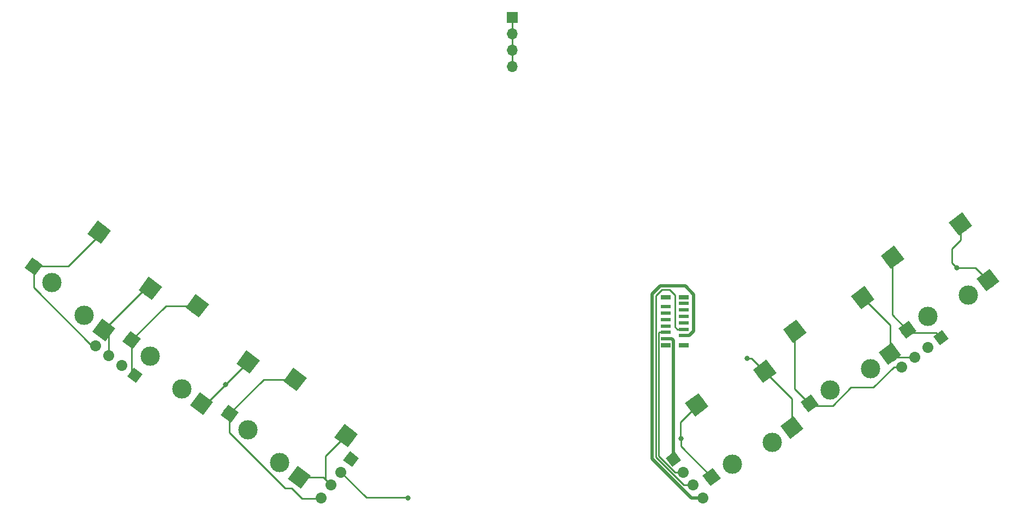
<source format=gbr>
G04 #@! TF.GenerationSoftware,KiCad,Pcbnew,(5.1.4)-1*
G04 #@! TF.CreationDate,2023-11-05T18:19:01-05:00*
G04 #@! TF.ProjectId,ThumbsUp,5468756d-6273-4557-902e-6b696361645f,rev?*
G04 #@! TF.SameCoordinates,Original*
G04 #@! TF.FileFunction,Copper,L2,Bot*
G04 #@! TF.FilePolarity,Positive*
%FSLAX46Y46*%
G04 Gerber Fmt 4.6, Leading zero omitted, Abs format (unit mm)*
G04 Created by KiCad (PCBNEW (5.1.4)-1) date 2023-11-05 18:19:01*
%MOMM*%
%LPD*%
G04 APERTURE LIST*
%ADD10C,3.000000*%
%ADD11C,2.000000*%
%ADD12C,0.100000*%
%ADD13C,2.500000*%
%ADD14C,2.600000*%
%ADD15C,1.700000*%
%ADD16C,1.700000*%
%ADD17O,1.700000X1.700000*%
%ADD18R,1.700000X1.700000*%
%ADD19R,1.500000X0.800000*%
%ADD20R,1.500000X0.600000*%
%ADD21C,0.800000*%
%ADD22C,0.254000*%
%ADD23C,0.508000*%
G04 APERTURE END LIST*
D10*
X177265211Y46270949D03*
D11*
X174049852Y44223643D03*
D12*
G36*
X173853032Y42823192D02*
G01*
X172649401Y44420463D01*
X174246672Y45624094D01*
X175450303Y44026823D01*
X173853032Y42823192D01*
X173853032Y42823192D01*
G37*
D13*
X186522381Y51931984D03*
D12*
G36*
X186256390Y50166375D02*
G01*
X184751852Y52162964D01*
X186788372Y53697593D01*
X188292910Y51701004D01*
X186256390Y50166375D01*
X186256390Y50166375D01*
G37*
D10*
X183487566Y49645087D03*
D14*
X182302580Y60647424D03*
D12*
G36*
X182046713Y58826838D02*
G01*
X180481994Y60903291D01*
X182558447Y62468010D01*
X184123166Y60391557D01*
X182046713Y58826838D01*
X182046713Y58826838D01*
G37*
D14*
X171754346Y55453459D03*
D12*
G36*
X171498479Y53632873D02*
G01*
X169933760Y55709326D01*
X172010213Y57274045D01*
X173574932Y55197592D01*
X171498479Y53632873D01*
X171498479Y53632873D01*
G37*
D10*
X102162054Y51540630D03*
D11*
X99307784Y54067118D03*
D12*
G36*
X97907333Y53870298D02*
G01*
X99110964Y55467569D01*
X100708235Y54263938D01*
X99504604Y52666667D01*
X97907333Y53870298D01*
X97907333Y53870298D01*
G37*
D13*
X110155412Y44202461D03*
D12*
G36*
X108384883Y43971481D02*
G01*
X109889421Y45968070D01*
X111925941Y44433441D01*
X110421403Y42436852D01*
X108384883Y43971481D01*
X108384883Y43971481D01*
G37*
D10*
X107120597Y46489358D03*
D14*
X117370096Y50661095D03*
D12*
G36*
X115549510Y50405228D02*
G01*
X117114229Y52481681D01*
X119190682Y50916962D01*
X117625963Y48840509D01*
X115549510Y50405228D01*
X115549510Y50405228D01*
G37*
D14*
X109469849Y59369056D03*
D12*
G36*
X107649263Y59113189D02*
G01*
X109213982Y61189642D01*
X111290435Y59624923D01*
X109725716Y57548470D01*
X107649263Y59113189D01*
X107649263Y59113189D01*
G37*
D10*
X192439286Y57705434D03*
D11*
X189223927Y55658128D03*
D12*
G36*
X189027107Y54257677D02*
G01*
X187823476Y55854948D01*
X189420747Y57058579D01*
X190624378Y55461308D01*
X189027107Y54257677D01*
X189027107Y54257677D01*
G37*
D13*
X201696456Y63366469D03*
D12*
G36*
X201430465Y61600860D02*
G01*
X199925927Y63597449D01*
X201962447Y65132078D01*
X203466985Y63135489D01*
X201430465Y61600860D01*
X201430465Y61600860D01*
G37*
D10*
X198661641Y61079572D03*
D14*
X197476655Y72081909D03*
D12*
G36*
X197220788Y70261323D02*
G01*
X195656069Y72337776D01*
X197732522Y73902495D01*
X199297241Y71826042D01*
X197220788Y70261323D01*
X197220788Y70261323D01*
G37*
D14*
X186928421Y66887944D03*
D12*
G36*
X186672554Y65067358D02*
G01*
X185107835Y67143811D01*
X187184288Y68708530D01*
X188749007Y66632077D01*
X186672554Y65067358D01*
X186672554Y65067358D01*
G37*
D10*
X207613361Y69139920D03*
D11*
X204398002Y67092614D03*
D12*
G36*
X204201182Y65692163D02*
G01*
X202997551Y67289434D01*
X204594822Y68493065D01*
X205798453Y66895794D01*
X204201182Y65692163D01*
X204201182Y65692163D01*
G37*
D13*
X216870531Y74800955D03*
D12*
G36*
X216604540Y73035346D02*
G01*
X215100002Y75031935D01*
X217136522Y76566564D01*
X218641060Y74569975D01*
X216604540Y73035346D01*
X216604540Y73035346D01*
G37*
D10*
X213835716Y72514058D03*
D14*
X212650730Y83516395D03*
D12*
G36*
X212394863Y81695809D02*
G01*
X210830144Y83772262D01*
X212906597Y85336981D01*
X214471316Y83260528D01*
X212394863Y81695809D01*
X212394863Y81695809D01*
G37*
D14*
X202102496Y78322430D03*
D12*
G36*
X201846629Y76501844D02*
G01*
X200281910Y78578297D01*
X202358363Y80143016D01*
X203923082Y78066563D01*
X201846629Y76501844D01*
X201846629Y76501844D01*
G37*
D10*
X71813905Y74409601D03*
D11*
X68959635Y76936089D03*
D12*
G36*
X67559184Y76739269D02*
G01*
X68762815Y78336540D01*
X70360086Y77132909D01*
X69156455Y75535638D01*
X67559184Y76739269D01*
X67559184Y76739269D01*
G37*
D13*
X79807263Y67071432D03*
D12*
G36*
X78036734Y66840452D02*
G01*
X79541272Y68837041D01*
X81577792Y67302412D01*
X80073254Y65305823D01*
X78036734Y66840452D01*
X78036734Y66840452D01*
G37*
D10*
X76772448Y69358329D03*
D14*
X87021947Y73530066D03*
D12*
G36*
X85201361Y73274199D02*
G01*
X86766080Y75350652D01*
X88842533Y73785933D01*
X87277814Y71709480D01*
X85201361Y73274199D01*
X85201361Y73274199D01*
G37*
D14*
X79121700Y82238027D03*
D12*
G36*
X77301114Y81982160D02*
G01*
X78865833Y84058613D01*
X80942286Y82493894D01*
X79377567Y80417441D01*
X77301114Y81982160D01*
X77301114Y81982160D01*
G37*
D10*
X86987979Y62975115D03*
D11*
X84133709Y65501603D03*
D12*
G36*
X82733258Y65304783D02*
G01*
X83936889Y66902054D01*
X85534160Y65698423D01*
X84330529Y64101152D01*
X82733258Y65304783D01*
X82733258Y65304783D01*
G37*
D13*
X94981337Y55636946D03*
D12*
G36*
X93210808Y55405966D02*
G01*
X94715346Y57402555D01*
X96751866Y55867926D01*
X95247328Y53871337D01*
X93210808Y55405966D01*
X93210808Y55405966D01*
G37*
D10*
X91946522Y57923843D03*
D14*
X102196021Y62095580D03*
D12*
G36*
X100375435Y61839713D02*
G01*
X101940154Y63916166D01*
X104016607Y62351447D01*
X102451888Y60274994D01*
X100375435Y61839713D01*
X100375435Y61839713D01*
G37*
D14*
X94295774Y70803541D03*
D12*
G36*
X92475188Y70547674D02*
G01*
X94039907Y72624127D01*
X96116360Y71059408D01*
X94551641Y68982955D01*
X92475188Y70547674D01*
X92475188Y70547674D01*
G37*
D15*
X78544397Y64615830D03*
D16*
X78544397Y64615830D02*
X78544397Y64615830D01*
D15*
X80572932Y63087220D03*
D16*
X80572932Y63087220D02*
X80572932Y63087220D01*
D15*
X82601466Y61558610D03*
D16*
X82601466Y61558610D02*
X82601466Y61558610D01*
D15*
X84630000Y60030000D03*
D12*
G36*
X84797297Y58839617D02*
G01*
X83439617Y59862703D01*
X84462703Y61220383D01*
X85820383Y60197297D01*
X84797297Y58839617D01*
X84797297Y58839617D01*
G37*
D15*
X113544170Y40944397D03*
D16*
X113544170Y40944397D02*
X113544170Y40944397D01*
D15*
X115072780Y42972932D03*
D16*
X115072780Y42972932D02*
X115072780Y42972932D01*
D15*
X116601390Y45001466D03*
D16*
X116601390Y45001466D02*
X116601390Y45001466D01*
D15*
X118130000Y47030000D03*
D12*
G36*
X119320383Y47197297D02*
G01*
X118297297Y45839617D01*
X116939617Y46862703D01*
X117962703Y48220383D01*
X119320383Y47197297D01*
X119320383Y47197297D01*
G37*
D15*
X203494397Y61294170D03*
D16*
X203494397Y61294170D02*
X203494397Y61294170D01*
D15*
X205522932Y62822780D03*
D16*
X205522932Y62822780D02*
X205522932Y62822780D01*
D15*
X207551466Y64351390D03*
D16*
X207551466Y64351390D02*
X207551466Y64351390D01*
D15*
X209580000Y65880000D03*
D12*
G36*
X210770383Y65712703D02*
G01*
X209412703Y64689617D01*
X208389617Y66047297D01*
X209747297Y67070383D01*
X210770383Y65712703D01*
X210770383Y65712703D01*
G37*
D17*
X143130000Y107910000D03*
X143130000Y110450000D03*
X143130000Y112990000D03*
D18*
X143130000Y115530000D03*
D15*
X172715830Y40944397D03*
D16*
X172715830Y40944397D02*
X172715830Y40944397D01*
D15*
X171187220Y42972932D03*
D16*
X171187220Y42972932D02*
X171187220Y42972932D01*
D15*
X169658610Y45001466D03*
D16*
X169658610Y45001466D02*
X169658610Y45001466D01*
D15*
X168130000Y47030000D03*
D12*
G36*
X168297297Y48220383D02*
G01*
X169320383Y46862703D01*
X167962703Y45839617D01*
X166939617Y47197297D01*
X168297297Y48220383D01*
X168297297Y48220383D01*
G37*
D19*
X166930000Y64680000D03*
X169730000Y64680000D03*
X166930000Y72180000D03*
X169730000Y72180000D03*
D20*
X166930000Y65680000D03*
X169730000Y66180000D03*
X166930000Y66680000D03*
X169730000Y67180000D03*
X166930000Y67680000D03*
X169730000Y68180000D03*
X166930000Y68680000D03*
X169730000Y69180000D03*
X166930000Y69680000D03*
X169730000Y70180000D03*
X166930000Y70680000D03*
X169730000Y71180000D03*
D21*
X212080000Y76730000D03*
X98705221Y58604779D03*
X179530000Y62680000D03*
X126980000Y40980000D03*
X169280000Y50230000D03*
D22*
X168726000Y67180000D02*
X169730000Y67180000D01*
X168380000Y67526000D02*
X168726000Y67180000D01*
X169724858Y42972932D02*
X165398989Y47298800D01*
X165398989Y47298800D02*
X165398989Y72387591D01*
X168380000Y72468602D02*
X168380000Y67526000D01*
X171187220Y42972932D02*
X169724858Y42972932D01*
X165398989Y72387591D02*
X166341398Y73330000D01*
X166341398Y73330000D02*
X167518602Y73330000D01*
X167518602Y73330000D02*
X168380000Y72468602D01*
X165926000Y66680000D02*
X166930000Y66680000D01*
X165852999Y66606999D02*
X165926000Y66680000D01*
X165852999Y47486857D02*
X165852999Y66606999D01*
X168338390Y45001466D02*
X165852999Y47486857D01*
X169658610Y45001466D02*
X168338390Y45001466D01*
D23*
X170597202Y66180000D02*
X169730000Y66180000D01*
X171280000Y66862798D02*
X170597202Y66180000D01*
X170931720Y40944397D02*
X164817979Y47058138D01*
X164817979Y47058138D02*
X164817980Y72628254D01*
X164817980Y72628254D02*
X166100736Y73911010D01*
X166100736Y73911010D02*
X169966192Y73911010D01*
X171280000Y72597202D02*
X171280000Y66862798D01*
X172715830Y40944397D02*
X170931720Y40944397D01*
X169966192Y73911010D02*
X171280000Y72597202D01*
X167897202Y65680000D02*
X166930000Y65680000D01*
X168134001Y65443201D02*
X167897202Y65680000D01*
X168134001Y48198316D02*
X168134001Y65443201D01*
X168130000Y48194315D02*
X168134001Y48198316D01*
X168130000Y47030000D02*
X168130000Y48194315D01*
D22*
X186928421Y57953634D02*
X186928421Y66887944D01*
X189223927Y55658128D02*
X186928421Y57953634D01*
X189751872Y55658128D02*
X189223927Y55658128D01*
X202292316Y61294170D02*
X199128146Y58130000D01*
X203494397Y61294170D02*
X202292316Y61294170D01*
X199128146Y58130000D02*
X195680000Y58130000D01*
X195680000Y58130000D02*
X192830000Y55280000D01*
X192830000Y55280000D02*
X190130000Y55280000D01*
X190130000Y55280000D02*
X189751872Y55658128D01*
X202240145Y62822780D02*
X201696456Y63366469D01*
X205522932Y62822780D02*
X202240145Y62822780D01*
X201696456Y67862108D02*
X197476655Y72081909D01*
X201696456Y63366469D02*
X201696456Y67862108D01*
X212645685Y76730000D02*
X212080000Y76730000D01*
X214941486Y76730000D02*
X212645685Y76730000D01*
X212650730Y81000730D02*
X211330001Y79680001D01*
X211330001Y79680001D02*
X211330001Y77479999D01*
X211330001Y77479999D02*
X211680001Y77129999D01*
X212650730Y83516395D02*
X212650730Y81000730D01*
X216870531Y74800955D02*
X214941486Y76730000D01*
X211680001Y77129999D02*
X212080000Y76730000D01*
X202102496Y69388120D02*
X202102496Y78322430D01*
X204398002Y67092614D02*
X202102496Y69388120D01*
X204860616Y66630000D02*
X204398002Y67092614D01*
X209580000Y65880000D02*
X208830000Y66630000D01*
X208830000Y66630000D02*
X204860616Y66630000D01*
X68959635Y73650365D02*
X68959635Y76936089D01*
X78544397Y64615830D02*
X77994170Y64615830D01*
X77994170Y64615830D02*
X68959635Y73650365D01*
X79121700Y81771700D02*
X79121700Y82238027D01*
X68959635Y76936089D02*
X74286089Y76936089D01*
X74286089Y76936089D02*
X79121700Y81771700D01*
X80572932Y66305763D02*
X79807263Y67071432D01*
X80572932Y63087220D02*
X80572932Y66305763D01*
X86265897Y73530066D02*
X87021947Y73530066D01*
X79807263Y67071432D02*
X86265897Y73530066D01*
X95737387Y55636946D02*
X94981337Y55636946D01*
X102196021Y62095580D02*
X98705221Y58604779D01*
X98705221Y58604779D02*
X95737387Y55636946D01*
X89435647Y70803541D02*
X84133709Y65501603D01*
X94295774Y70803541D02*
X89435647Y70803541D01*
X84133709Y60526291D02*
X84630000Y60030000D01*
X84133709Y65501603D02*
X84133709Y60526291D01*
X104609722Y59369056D02*
X109469849Y59369056D01*
X99307784Y54067118D02*
X104609722Y59369056D01*
X99307784Y52714982D02*
X99307784Y54067118D01*
X113529773Y40930000D02*
X110530000Y40930000D01*
X113544170Y40944397D02*
X113529773Y40930000D01*
X110530000Y40930000D02*
X108980000Y42480000D01*
X108980000Y42480000D02*
X107930000Y42480000D01*
X107930000Y42480000D02*
X99307784Y51102216D01*
X99307784Y51102216D02*
X99307784Y52714982D01*
X116371114Y49662113D02*
X117370096Y50661095D01*
X114222781Y47513780D02*
X116371114Y49662113D01*
X114222781Y43822931D02*
X114222781Y47513780D01*
X115072780Y42972932D02*
X114222781Y43822931D01*
X113843251Y44202461D02*
X110155412Y44202461D01*
X115072780Y42972932D02*
X113843251Y44202461D01*
X186522381Y56427623D02*
X182302580Y60647424D01*
X186522381Y51931984D02*
X186522381Y56427623D01*
X182302580Y60647424D02*
X180270004Y62680000D01*
X180270004Y62680000D02*
X179530000Y62680000D01*
X120572856Y41030000D02*
X116601390Y45001466D01*
X126980000Y40980000D02*
X126930000Y41030000D01*
X126930000Y41030000D02*
X120572856Y41030000D01*
X169280000Y48993495D02*
X169280000Y49664315D01*
X169280000Y49664315D02*
X169280000Y50230000D01*
X174049852Y44223643D02*
X169280000Y48993495D01*
X169230000Y50280000D02*
X169280000Y50230000D01*
X169230000Y52780000D02*
X169230000Y50280000D01*
X171754346Y55453459D02*
X171754346Y55304346D01*
X171754346Y55304346D02*
X169230000Y52780000D01*
X143130000Y114426000D02*
X143130000Y107910000D01*
X143130000Y115530000D02*
X143130000Y114426000D01*
M02*

</source>
